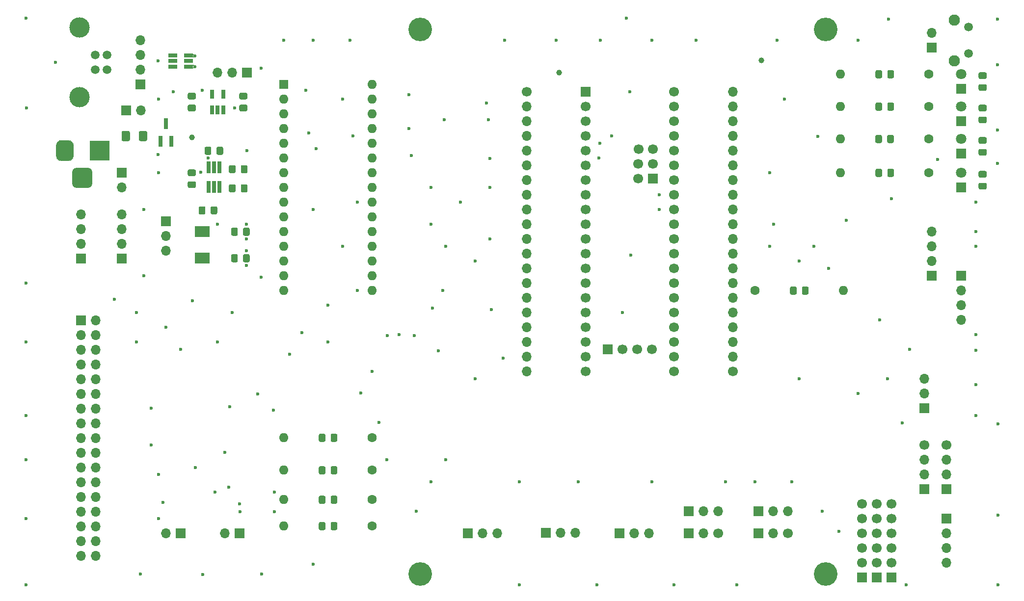
<source format=gbr>
G04 #@! TF.GenerationSoftware,KiCad,Pcbnew,(5.1.9)-1*
G04 #@! TF.CreationDate,2021-03-14T14:47:40+00:00*
G04 #@! TF.ProjectId,Greaseweazle F1 3.5 Inch Rev 2B,47726561-7365-4776-9561-7a6c65204631,2B*
G04 #@! TF.SameCoordinates,PX6312cb0PY6bcb370*
G04 #@! TF.FileFunction,Soldermask,Top*
G04 #@! TF.FilePolarity,Negative*
%FSLAX46Y46*%
G04 Gerber Fmt 4.6, Leading zero omitted, Abs format (unit mm)*
G04 Created by KiCad (PCBNEW (5.1.9)-1) date 2021-03-14 14:47:40*
%MOMM*%
%LPD*%
G01*
G04 APERTURE LIST*
%ADD10R,1.700000X1.700000*%
%ADD11C,1.700000*%
%ADD12R,0.650000X1.560000*%
%ADD13R,1.560000X0.650000*%
%ADD14R,0.650000X2.000000*%
%ADD15R,0.800000X1.900000*%
%ADD16O,1.700000X1.700000*%
%ADD17C,4.064000*%
%ADD18O,1.600000X1.600000*%
%ADD19R,1.600000X1.600000*%
%ADD20R,2.500000X1.900000*%
%ADD21C,3.500120*%
%ADD22C,1.501140*%
%ADD23C,1.600000*%
%ADD24R,1.800000X1.800000*%
%ADD25C,1.800000*%
%ADD26R,3.500000X3.500000*%
%ADD27C,1.950000*%
%ADD28C,1.508000*%
%ADD29C,0.600000*%
%ADD30C,1.000000*%
%ADD31C,0.100000*%
G04 APERTURE END LIST*
D10*
X48514000Y3810000D03*
D11*
X51054000Y3810000D03*
X53594000Y3810000D03*
X56134000Y3810000D03*
X59944000Y48260000D03*
D10*
X44704000Y48260000D03*
D11*
X59944000Y45720000D03*
X44704000Y45720000D03*
X59944000Y43180000D03*
X44704000Y43180000D03*
X59944000Y40640000D03*
X44704000Y40640000D03*
X59944000Y38100000D03*
X44704000Y38100000D03*
X59944000Y35560000D03*
X44704000Y35560000D03*
X59944000Y33020000D03*
X44704000Y33020000D03*
X59944000Y30480000D03*
X44704000Y30480000D03*
X59944000Y27940000D03*
X44704000Y27940000D03*
X59944000Y25400000D03*
X44704000Y25400000D03*
X59944000Y22860000D03*
X44704000Y22860000D03*
X59944000Y20320000D03*
X44704000Y20320000D03*
X59944000Y17780000D03*
X44704000Y17780000D03*
X59944000Y15240000D03*
X44704000Y15240000D03*
X59944000Y12700000D03*
X44704000Y12700000D03*
X59944000Y10160000D03*
X44704000Y10160000D03*
X59944000Y7620000D03*
X44704000Y7620000D03*
X59944000Y5080000D03*
X44704000Y5080000D03*
X59944000Y2540000D03*
X44704000Y2540000D03*
X59944000Y0D03*
X44704000Y0D03*
X56273700Y35814000D03*
X56273700Y38354000D03*
D10*
X56273700Y33274000D03*
D11*
X53797200Y38354000D03*
X53733700Y35814000D03*
X53733700Y33274000D03*
X92329000Y-22860000D03*
X92329000Y-25400000D03*
X92329000Y-27940000D03*
X92329000Y-30480000D03*
X92329000Y-33020000D03*
D10*
X92329000Y-35560000D03*
D11*
X94869000Y-22860000D03*
X94869000Y-25400000D03*
X94869000Y-27940000D03*
X94869000Y-30480000D03*
X94869000Y-33020000D03*
D10*
X94869000Y-35560000D03*
D12*
X-19725999Y47857400D03*
X-17825999Y47857400D03*
X-17825999Y45157400D03*
X-18775999Y45157400D03*
X-19725999Y45157400D03*
D13*
X-23796000Y53594000D03*
X-23796000Y54544000D03*
X-23796000Y52644000D03*
X-26496000Y52644000D03*
X-26496000Y53594000D03*
X-26496000Y54544000D03*
D14*
X-18481000Y31818000D03*
X-19431000Y31818000D03*
X-20381000Y31818000D03*
X-20381000Y35238000D03*
X-19431000Y35238000D03*
X-18481000Y35238000D03*
D15*
X-27686000Y42775000D03*
X-26736000Y39775000D03*
X-28636000Y39775000D03*
G36*
G01*
X-33922000Y41265000D02*
X-33922000Y40015000D01*
G75*
G02*
X-34172000Y39765000I-250000J0D01*
G01*
X-35097000Y39765000D01*
G75*
G02*
X-35347000Y40015000I0J250000D01*
G01*
X-35347000Y41265000D01*
G75*
G02*
X-35097000Y41515000I250000J0D01*
G01*
X-34172000Y41515000D01*
G75*
G02*
X-33922000Y41265000I0J-250000D01*
G01*
G37*
G36*
G01*
X-30947000Y41265000D02*
X-30947000Y40015000D01*
G75*
G02*
X-31197000Y39765000I-250000J0D01*
G01*
X-32122000Y39765000D01*
G75*
G02*
X-32372000Y40015000I0J250000D01*
G01*
X-32372000Y41265000D01*
G75*
G02*
X-32122000Y41515000I250000J0D01*
G01*
X-31197000Y41515000D01*
G75*
G02*
X-30947000Y41265000I0J-250000D01*
G01*
G37*
D16*
X-32004000Y45085000D03*
D10*
X-34544000Y45085000D03*
D17*
X86113620Y-34935160D03*
X16113760Y59065160D03*
X16113760Y-34935160D03*
X86113620Y59065160D03*
D16*
X104394000Y58420000D03*
D10*
X104394000Y55880000D03*
D16*
X-17526000Y-27940000D03*
D10*
X-14986000Y-27940000D03*
D16*
X-27686000Y-27940000D03*
D10*
X-25146000Y-27940000D03*
D11*
X97409000Y-22860000D03*
X97409000Y-25400000D03*
X97409000Y-27940000D03*
X97409000Y-30480000D03*
X97409000Y-33020000D03*
D10*
X97409000Y-35560000D03*
D16*
X-35306000Y27152600D03*
X-35306000Y24612600D03*
X-35306000Y22072600D03*
D10*
X-35306000Y19532600D03*
D16*
X-32131000Y57150000D03*
X-32131000Y54610000D03*
X-32131000Y52070000D03*
D10*
X-32131000Y49530000D03*
D18*
X7874000Y13970000D03*
X-7366000Y13970000D03*
X7874000Y49530000D03*
X-7366000Y16510000D03*
X7874000Y46990000D03*
X-7366000Y19050000D03*
X7874000Y44450000D03*
X-7366000Y21590000D03*
X7874000Y41910000D03*
X-7366000Y24130000D03*
X7874000Y39370000D03*
X-7366000Y26670000D03*
X7874000Y36830000D03*
X-7366000Y29210000D03*
X7874000Y34290000D03*
X-7366000Y31750000D03*
X7874000Y31750000D03*
X-7366000Y34290000D03*
X7874000Y29210000D03*
X-7366000Y36830000D03*
X7874000Y26670000D03*
X-7366000Y39370000D03*
X7874000Y24130000D03*
X-7366000Y41910000D03*
X7874000Y21590000D03*
X-7366000Y44450000D03*
X7874000Y19050000D03*
X-7366000Y46990000D03*
X7874000Y16510000D03*
D19*
X-7366000Y49530000D03*
D20*
X-21463000Y19544000D03*
X-21463000Y24144000D03*
G36*
G01*
X-19881000Y38550001D02*
X-19881000Y37649999D01*
G75*
G02*
X-20130999Y37400000I-249999J0D01*
G01*
X-20781001Y37400000D01*
G75*
G02*
X-21031000Y37649999I0J249999D01*
G01*
X-21031000Y38550001D01*
G75*
G02*
X-20781001Y38800000I249999J0D01*
G01*
X-20130999Y38800000D01*
G75*
G02*
X-19881000Y38550001I0J-249999D01*
G01*
G37*
G36*
G01*
X-17831000Y38550001D02*
X-17831000Y37649999D01*
G75*
G02*
X-18080999Y37400000I-249999J0D01*
G01*
X-18731001Y37400000D01*
G75*
G02*
X-18981000Y37649999I0J249999D01*
G01*
X-18981000Y38550001D01*
G75*
G02*
X-18731001Y38800000I249999J0D01*
G01*
X-18080999Y38800000D01*
G75*
G02*
X-17831000Y38550001I0J-249999D01*
G01*
G37*
G36*
G01*
X-15690000Y35375001D02*
X-15690000Y34474999D01*
G75*
G02*
X-15939999Y34225000I-249999J0D01*
G01*
X-16590001Y34225000D01*
G75*
G02*
X-16840000Y34474999I0J249999D01*
G01*
X-16840000Y35375001D01*
G75*
G02*
X-16590001Y35625000I249999J0D01*
G01*
X-15939999Y35625000D01*
G75*
G02*
X-15690000Y35375001I0J-249999D01*
G01*
G37*
G36*
G01*
X-13640000Y35375001D02*
X-13640000Y34474999D01*
G75*
G02*
X-13889999Y34225000I-249999J0D01*
G01*
X-14540001Y34225000D01*
G75*
G02*
X-14790000Y34474999I0J249999D01*
G01*
X-14790000Y35375001D01*
G75*
G02*
X-14540001Y35625000I249999J0D01*
G01*
X-13889999Y35625000D01*
G75*
G02*
X-13640000Y35375001I0J-249999D01*
G01*
G37*
D16*
X-27686000Y20828000D03*
X-27686000Y23368000D03*
D10*
X-27686000Y25908000D03*
D16*
X-35306000Y31750000D03*
D10*
X-35306000Y34290000D03*
G36*
G01*
X-14409000Y19107999D02*
X-14409000Y20008001D01*
G75*
G02*
X-14159001Y20258000I249999J0D01*
G01*
X-13508999Y20258000D01*
G75*
G02*
X-13259000Y20008001I0J-249999D01*
G01*
X-13259000Y19107999D01*
G75*
G02*
X-13508999Y18858000I-249999J0D01*
G01*
X-14159001Y18858000D01*
G75*
G02*
X-14409000Y19107999I0J249999D01*
G01*
G37*
G36*
G01*
X-16459000Y19107999D02*
X-16459000Y20008001D01*
G75*
G02*
X-16209001Y20258000I249999J0D01*
G01*
X-15558999Y20258000D01*
G75*
G02*
X-15309000Y20008001I0J-249999D01*
G01*
X-15309000Y19107999D01*
G75*
G02*
X-15558999Y18858000I-249999J0D01*
G01*
X-16209001Y18858000D01*
G75*
G02*
X-16459000Y19107999I0J249999D01*
G01*
G37*
G36*
G01*
X-14409000Y23679999D02*
X-14409000Y24580001D01*
G75*
G02*
X-14159001Y24830000I249999J0D01*
G01*
X-13508999Y24830000D01*
G75*
G02*
X-13259000Y24580001I0J-249999D01*
G01*
X-13259000Y23679999D01*
G75*
G02*
X-13508999Y23430000I-249999J0D01*
G01*
X-14159001Y23430000D01*
G75*
G02*
X-14409000Y23679999I0J249999D01*
G01*
G37*
G36*
G01*
X-16459000Y23679999D02*
X-16459000Y24580001D01*
G75*
G02*
X-16209001Y24830000I249999J0D01*
G01*
X-15558999Y24830000D01*
G75*
G02*
X-15309000Y24580001I0J-249999D01*
G01*
X-15309000Y23679999D01*
G75*
G02*
X-15558999Y23430000I-249999J0D01*
G01*
X-16209001Y23430000D01*
G75*
G02*
X-16459000Y23679999I0J249999D01*
G01*
G37*
G36*
G01*
X-15690000Y32073001D02*
X-15690000Y31172999D01*
G75*
G02*
X-15939999Y30923000I-249999J0D01*
G01*
X-16590001Y30923000D01*
G75*
G02*
X-16840000Y31172999I0J249999D01*
G01*
X-16840000Y32073001D01*
G75*
G02*
X-16590001Y32323000I249999J0D01*
G01*
X-15939999Y32323000D01*
G75*
G02*
X-15690000Y32073001I0J-249999D01*
G01*
G37*
G36*
G01*
X-13640000Y32073001D02*
X-13640000Y31172999D01*
G75*
G02*
X-13889999Y30923000I-249999J0D01*
G01*
X-14540001Y30923000D01*
G75*
G02*
X-14790000Y31172999I0J249999D01*
G01*
X-14790000Y32073001D01*
G75*
G02*
X-14540001Y32323000I249999J0D01*
G01*
X-13889999Y32323000D01*
G75*
G02*
X-13640000Y32073001I0J-249999D01*
G01*
G37*
G36*
G01*
X-19997000Y27362999D02*
X-19997000Y28263001D01*
G75*
G02*
X-19747001Y28513000I249999J0D01*
G01*
X-19096999Y28513000D01*
G75*
G02*
X-18847000Y28263001I0J-249999D01*
G01*
X-18847000Y27362999D01*
G75*
G02*
X-19096999Y27113000I-249999J0D01*
G01*
X-19747001Y27113000D01*
G75*
G02*
X-19997000Y27362999I0J249999D01*
G01*
G37*
G36*
G01*
X-22047000Y27362999D02*
X-22047000Y28263001D01*
G75*
G02*
X-21797001Y28513000I249999J0D01*
G01*
X-21146999Y28513000D01*
G75*
G02*
X-20897000Y28263001I0J-249999D01*
G01*
X-20897000Y27362999D01*
G75*
G02*
X-21146999Y27113000I-249999J0D01*
G01*
X-21797001Y27113000D01*
G75*
G02*
X-22047000Y27362999I0J249999D01*
G01*
G37*
G36*
G01*
X-22790999Y33724000D02*
X-23691001Y33724000D01*
G75*
G02*
X-23941000Y33973999I0J249999D01*
G01*
X-23941000Y34624001D01*
G75*
G02*
X-23691001Y34874000I249999J0D01*
G01*
X-22790999Y34874000D01*
G75*
G02*
X-22541000Y34624001I0J-249999D01*
G01*
X-22541000Y33973999D01*
G75*
G02*
X-22790999Y33724000I-249999J0D01*
G01*
G37*
G36*
G01*
X-22790999Y31674000D02*
X-23691001Y31674000D01*
G75*
G02*
X-23941000Y31923999I0J249999D01*
G01*
X-23941000Y32574001D01*
G75*
G02*
X-23691001Y32824000I249999J0D01*
G01*
X-22790999Y32824000D01*
G75*
G02*
X-22541000Y32574001I0J-249999D01*
G01*
X-22541000Y31923999D01*
G75*
G02*
X-22790999Y31674000I-249999J0D01*
G01*
G37*
D21*
X-42621200Y47345600D03*
X-42621200Y59385200D03*
D22*
X-37896800Y54610000D03*
X-37896800Y52120800D03*
X-39903400Y52120800D03*
X-39903400Y54610000D03*
D16*
X103124000Y-1270000D03*
X103124000Y-3810000D03*
D10*
X103124000Y-6350000D03*
D16*
X109474000Y8890000D03*
X109474000Y11430000D03*
X109474000Y13970000D03*
D10*
X109474000Y16510000D03*
D16*
X29464000Y-27940000D03*
X26924000Y-27940000D03*
D10*
X24384000Y-27940000D03*
D16*
X42926000Y-27829200D03*
X40386000Y-27829200D03*
D10*
X37846000Y-27829200D03*
D16*
X55626000Y-27889200D03*
X53086000Y-27889200D03*
D10*
X50546000Y-27889200D03*
D16*
X-18796000Y51587400D03*
X-16256000Y51587400D03*
D10*
X-13716000Y51587400D03*
D16*
X104394000Y24130000D03*
X104394000Y21590000D03*
X104394000Y19050000D03*
D10*
X104394000Y16510000D03*
X106934000Y-20320000D03*
D16*
X106934000Y-17780000D03*
X106934000Y-15240000D03*
D11*
X106934000Y-12700000D03*
X103124000Y-12700000D03*
D16*
X103124000Y-15240000D03*
X103124000Y-17780000D03*
D10*
X103124000Y-20320000D03*
G36*
G01*
X-14801001Y46057400D02*
X-13900999Y46057400D01*
G75*
G02*
X-13651000Y45807401I0J-249999D01*
G01*
X-13651000Y45157399D01*
G75*
G02*
X-13900999Y44907400I-249999J0D01*
G01*
X-14801001Y44907400D01*
G75*
G02*
X-15051000Y45157399I0J249999D01*
G01*
X-15051000Y45807401D01*
G75*
G02*
X-14801001Y46057400I249999J0D01*
G01*
G37*
G36*
G01*
X-14801001Y48107400D02*
X-13900999Y48107400D01*
G75*
G02*
X-13651000Y47857401I0J-249999D01*
G01*
X-13651000Y47207399D01*
G75*
G02*
X-13900999Y46957400I-249999J0D01*
G01*
X-14801001Y46957400D01*
G75*
G02*
X-15051000Y47207399I0J249999D01*
G01*
X-15051000Y47857401D01*
G75*
G02*
X-14801001Y48107400I249999J0D01*
G01*
G37*
G36*
G01*
X-22790999Y46957400D02*
X-23691001Y46957400D01*
G75*
G02*
X-23941000Y47207399I0J249999D01*
G01*
X-23941000Y47857401D01*
G75*
G02*
X-23691001Y48107400I249999J0D01*
G01*
X-22790999Y48107400D01*
G75*
G02*
X-22541000Y47857401I0J-249999D01*
G01*
X-22541000Y47207399D01*
G75*
G02*
X-22790999Y46957400I-249999J0D01*
G01*
G37*
G36*
G01*
X-22790999Y44907400D02*
X-23691001Y44907400D01*
G75*
G02*
X-23941000Y45157399I0J249999D01*
G01*
X-23941000Y45807401D01*
G75*
G02*
X-23691001Y46057400I249999J0D01*
G01*
X-22790999Y46057400D01*
G75*
G02*
X-22541000Y45807401I0J-249999D01*
G01*
X-22541000Y45157399D01*
G75*
G02*
X-22790999Y44907400I-249999J0D01*
G01*
G37*
D23*
X103886000Y51308000D03*
D18*
X88646000Y51308000D03*
D24*
X109474000Y48768000D03*
D25*
X109474000Y51308000D03*
G36*
G01*
X95816000Y51758001D02*
X95816000Y50857999D01*
G75*
G02*
X95566001Y50608000I-249999J0D01*
G01*
X94915999Y50608000D01*
G75*
G02*
X94666000Y50857999I0J249999D01*
G01*
X94666000Y51758001D01*
G75*
G02*
X94915999Y52008000I249999J0D01*
G01*
X95566001Y52008000D01*
G75*
G02*
X95816000Y51758001I0J-249999D01*
G01*
G37*
G36*
G01*
X97866000Y51758001D02*
X97866000Y50857999D01*
G75*
G02*
X97616001Y50608000I-249999J0D01*
G01*
X96965999Y50608000D01*
G75*
G02*
X96716000Y50857999I0J249999D01*
G01*
X96716000Y51758001D01*
G75*
G02*
X96965999Y52008000I249999J0D01*
G01*
X97616001Y52008000D01*
G75*
G02*
X97866000Y51758001I0J-249999D01*
G01*
G37*
G36*
G01*
X113607001Y50488000D02*
X112706999Y50488000D01*
G75*
G02*
X112457000Y50737999I0J249999D01*
G01*
X112457000Y51388001D01*
G75*
G02*
X112706999Y51638000I249999J0D01*
G01*
X113607001Y51638000D01*
G75*
G02*
X113857000Y51388001I0J-249999D01*
G01*
X113857000Y50737999D01*
G75*
G02*
X113607001Y50488000I-249999J0D01*
G01*
G37*
G36*
G01*
X113607001Y48438000D02*
X112706999Y48438000D01*
G75*
G02*
X112457000Y48687999I0J249999D01*
G01*
X112457000Y49338001D01*
G75*
G02*
X112706999Y49588000I249999J0D01*
G01*
X113607001Y49588000D01*
G75*
G02*
X113857000Y49338001I0J-249999D01*
G01*
X113857000Y48687999D01*
G75*
G02*
X113607001Y48438000I-249999J0D01*
G01*
G37*
G36*
G01*
X95816000Y46170001D02*
X95816000Y45269999D01*
G75*
G02*
X95566001Y45020000I-249999J0D01*
G01*
X94915999Y45020000D01*
G75*
G02*
X94666000Y45269999I0J249999D01*
G01*
X94666000Y46170001D01*
G75*
G02*
X94915999Y46420000I249999J0D01*
G01*
X95566001Y46420000D01*
G75*
G02*
X95816000Y46170001I0J-249999D01*
G01*
G37*
G36*
G01*
X97866000Y46170001D02*
X97866000Y45269999D01*
G75*
G02*
X97616001Y45020000I-249999J0D01*
G01*
X96965999Y45020000D01*
G75*
G02*
X96716000Y45269999I0J249999D01*
G01*
X96716000Y46170001D01*
G75*
G02*
X96965999Y46420000I249999J0D01*
G01*
X97616001Y46420000D01*
G75*
G02*
X97866000Y46170001I0J-249999D01*
G01*
G37*
G36*
G01*
X95816000Y34740001D02*
X95816000Y33839999D01*
G75*
G02*
X95566001Y33590000I-249999J0D01*
G01*
X94915999Y33590000D01*
G75*
G02*
X94666000Y33839999I0J249999D01*
G01*
X94666000Y34740001D01*
G75*
G02*
X94915999Y34990000I249999J0D01*
G01*
X95566001Y34990000D01*
G75*
G02*
X95816000Y34740001I0J-249999D01*
G01*
G37*
G36*
G01*
X97866000Y34740001D02*
X97866000Y33839999D01*
G75*
G02*
X97616001Y33590000I-249999J0D01*
G01*
X96965999Y33590000D01*
G75*
G02*
X96716000Y33839999I0J249999D01*
G01*
X96716000Y34740001D01*
G75*
G02*
X96965999Y34990000I249999J0D01*
G01*
X97616001Y34990000D01*
G75*
G02*
X97866000Y34740001I0J-249999D01*
G01*
G37*
G36*
G01*
X95790600Y40582001D02*
X95790600Y39681999D01*
G75*
G02*
X95540601Y39432000I-249999J0D01*
G01*
X94890599Y39432000D01*
G75*
G02*
X94640600Y39681999I0J249999D01*
G01*
X94640600Y40582001D01*
G75*
G02*
X94890599Y40832000I249999J0D01*
G01*
X95540601Y40832000D01*
G75*
G02*
X95790600Y40582001I0J-249999D01*
G01*
G37*
G36*
G01*
X97840600Y40582001D02*
X97840600Y39681999D01*
G75*
G02*
X97590601Y39432000I-249999J0D01*
G01*
X96940599Y39432000D01*
G75*
G02*
X96690600Y39681999I0J249999D01*
G01*
X96690600Y40582001D01*
G75*
G02*
X96940599Y40832000I249999J0D01*
G01*
X97590601Y40832000D01*
G75*
G02*
X97840600Y40582001I0J-249999D01*
G01*
G37*
G36*
G01*
X81984000Y13519999D02*
X81984000Y14420001D01*
G75*
G02*
X82233999Y14670000I249999J0D01*
G01*
X82884001Y14670000D01*
G75*
G02*
X83134000Y14420001I0J-249999D01*
G01*
X83134000Y13519999D01*
G75*
G02*
X82884001Y13270000I-249999J0D01*
G01*
X82233999Y13270000D01*
G75*
G02*
X81984000Y13519999I0J249999D01*
G01*
G37*
G36*
G01*
X79934000Y13519999D02*
X79934000Y14420001D01*
G75*
G02*
X80183999Y14670000I249999J0D01*
G01*
X80834001Y14670000D01*
G75*
G02*
X81084000Y14420001I0J-249999D01*
G01*
X81084000Y13519999D01*
G75*
G02*
X80834001Y13270000I-249999J0D01*
G01*
X80183999Y13270000D01*
G75*
G02*
X79934000Y13519999I0J249999D01*
G01*
G37*
G36*
G01*
X704000Y-11880001D02*
X704000Y-10979999D01*
G75*
G02*
X953999Y-10730000I249999J0D01*
G01*
X1604001Y-10730000D01*
G75*
G02*
X1854000Y-10979999I0J-249999D01*
G01*
X1854000Y-11880001D01*
G75*
G02*
X1604001Y-12130000I-249999J0D01*
G01*
X953999Y-12130000D01*
G75*
G02*
X704000Y-11880001I0J249999D01*
G01*
G37*
G36*
G01*
X-1346000Y-11880001D02*
X-1346000Y-10979999D01*
G75*
G02*
X-1096001Y-10730000I249999J0D01*
G01*
X-445999Y-10730000D01*
G75*
G02*
X-196000Y-10979999I0J-249999D01*
G01*
X-196000Y-11880001D01*
G75*
G02*
X-445999Y-12130000I-249999J0D01*
G01*
X-1096001Y-12130000D01*
G75*
G02*
X-1346000Y-11880001I0J249999D01*
G01*
G37*
G36*
G01*
X704000Y-17493401D02*
X704000Y-16593399D01*
G75*
G02*
X953999Y-16343400I249999J0D01*
G01*
X1604001Y-16343400D01*
G75*
G02*
X1854000Y-16593399I0J-249999D01*
G01*
X1854000Y-17493401D01*
G75*
G02*
X1604001Y-17743400I-249999J0D01*
G01*
X953999Y-17743400D01*
G75*
G02*
X704000Y-17493401I0J249999D01*
G01*
G37*
G36*
G01*
X-1346000Y-17493401D02*
X-1346000Y-16593399D01*
G75*
G02*
X-1096001Y-16343400I249999J0D01*
G01*
X-445999Y-16343400D01*
G75*
G02*
X-196000Y-16593399I0J-249999D01*
G01*
X-196000Y-17493401D01*
G75*
G02*
X-445999Y-17743400I-249999J0D01*
G01*
X-1096001Y-17743400D01*
G75*
G02*
X-1346000Y-17493401I0J249999D01*
G01*
G37*
G36*
G01*
X704000Y-22573401D02*
X704000Y-21673399D01*
G75*
G02*
X953999Y-21423400I249999J0D01*
G01*
X1604001Y-21423400D01*
G75*
G02*
X1854000Y-21673399I0J-249999D01*
G01*
X1854000Y-22573401D01*
G75*
G02*
X1604001Y-22823400I-249999J0D01*
G01*
X953999Y-22823400D01*
G75*
G02*
X704000Y-22573401I0J249999D01*
G01*
G37*
G36*
G01*
X-1346000Y-22573401D02*
X-1346000Y-21673399D01*
G75*
G02*
X-1096001Y-21423400I249999J0D01*
G01*
X-445999Y-21423400D01*
G75*
G02*
X-196000Y-21673399I0J-249999D01*
G01*
X-196000Y-22573401D01*
G75*
G02*
X-445999Y-22823400I-249999J0D01*
G01*
X-1096001Y-22823400D01*
G75*
G02*
X-1346000Y-22573401I0J249999D01*
G01*
G37*
G36*
G01*
X704000Y-27120001D02*
X704000Y-26219999D01*
G75*
G02*
X953999Y-25970000I249999J0D01*
G01*
X1604001Y-25970000D01*
G75*
G02*
X1854000Y-26219999I0J-249999D01*
G01*
X1854000Y-27120001D01*
G75*
G02*
X1604001Y-27370000I-249999J0D01*
G01*
X953999Y-27370000D01*
G75*
G02*
X704000Y-27120001I0J249999D01*
G01*
G37*
G36*
G01*
X-1346000Y-27120001D02*
X-1346000Y-26219999D01*
G75*
G02*
X-1096001Y-25970000I249999J0D01*
G01*
X-445999Y-25970000D01*
G75*
G02*
X-196000Y-26219999I0J-249999D01*
G01*
X-196000Y-27120001D01*
G75*
G02*
X-445999Y-27370000I-249999J0D01*
G01*
X-1096001Y-27370000D01*
G75*
G02*
X-1346000Y-27120001I0J249999D01*
G01*
G37*
G36*
G01*
X113607001Y44900000D02*
X112706999Y44900000D01*
G75*
G02*
X112457000Y45149999I0J249999D01*
G01*
X112457000Y45800001D01*
G75*
G02*
X112706999Y46050000I249999J0D01*
G01*
X113607001Y46050000D01*
G75*
G02*
X113857000Y45800001I0J-249999D01*
G01*
X113857000Y45149999D01*
G75*
G02*
X113607001Y44900000I-249999J0D01*
G01*
G37*
G36*
G01*
X113607001Y42850000D02*
X112706999Y42850000D01*
G75*
G02*
X112457000Y43099999I0J249999D01*
G01*
X112457000Y43750001D01*
G75*
G02*
X112706999Y44000000I249999J0D01*
G01*
X113607001Y44000000D01*
G75*
G02*
X113857000Y43750001I0J-249999D01*
G01*
X113857000Y43099999D01*
G75*
G02*
X113607001Y42850000I-249999J0D01*
G01*
G37*
G36*
G01*
X113607001Y31420000D02*
X112706999Y31420000D01*
G75*
G02*
X112457000Y31669999I0J249999D01*
G01*
X112457000Y32320001D01*
G75*
G02*
X112706999Y32570000I249999J0D01*
G01*
X113607001Y32570000D01*
G75*
G02*
X113857000Y32320001I0J-249999D01*
G01*
X113857000Y31669999D01*
G75*
G02*
X113607001Y31420000I-249999J0D01*
G01*
G37*
G36*
G01*
X113607001Y33470000D02*
X112706999Y33470000D01*
G75*
G02*
X112457000Y33719999I0J249999D01*
G01*
X112457000Y34370001D01*
G75*
G02*
X112706999Y34620000I249999J0D01*
G01*
X113607001Y34620000D01*
G75*
G02*
X113857000Y34370001I0J-249999D01*
G01*
X113857000Y33719999D01*
G75*
G02*
X113607001Y33470000I-249999J0D01*
G01*
G37*
G36*
G01*
X113607001Y39312000D02*
X112706999Y39312000D01*
G75*
G02*
X112457000Y39561999I0J249999D01*
G01*
X112457000Y40212001D01*
G75*
G02*
X112706999Y40462000I249999J0D01*
G01*
X113607001Y40462000D01*
G75*
G02*
X113857000Y40212001I0J-249999D01*
G01*
X113857000Y39561999D01*
G75*
G02*
X113607001Y39312000I-249999J0D01*
G01*
G37*
G36*
G01*
X113607001Y37262000D02*
X112706999Y37262000D01*
G75*
G02*
X112457000Y37511999I0J249999D01*
G01*
X112457000Y38162001D01*
G75*
G02*
X112706999Y38412000I249999J0D01*
G01*
X113607001Y38412000D01*
G75*
G02*
X113857000Y38162001I0J-249999D01*
G01*
X113857000Y37511999D01*
G75*
G02*
X113607001Y37262000I-249999J0D01*
G01*
G37*
X109474000Y34290000D03*
D24*
X109474000Y31750000D03*
X109474000Y37592000D03*
D25*
X109474000Y40132000D03*
X109474000Y45720000D03*
D24*
X109474000Y43180000D03*
D23*
X73914000Y13970000D03*
D18*
X89154000Y13970000D03*
X-7366000Y-11430000D03*
D23*
X7874000Y-11430000D03*
X7874000Y-17018000D03*
D18*
X-7366000Y-17018000D03*
X-7366000Y-22098000D03*
D23*
X7874000Y-22098000D03*
X7874000Y-26670000D03*
D18*
X-7366000Y-26670000D03*
X88646000Y34290000D03*
D23*
X103886000Y34290000D03*
X103886000Y40132000D03*
D18*
X88646000Y40132000D03*
X88646000Y45720000D03*
D23*
X103886000Y45720000D03*
D16*
X34544000Y0D03*
X34544000Y2540000D03*
X34544000Y5080000D03*
X34544000Y7620000D03*
X34544000Y10160000D03*
X34544000Y12700000D03*
X34544000Y15240000D03*
X34544000Y17780000D03*
X34544000Y20320000D03*
X34544000Y22860000D03*
X34544000Y25400000D03*
X34544000Y27940000D03*
X34544000Y30480000D03*
X34544000Y33020000D03*
X34544000Y35560000D03*
X34544000Y38100000D03*
X34544000Y40640000D03*
X34544000Y43180000D03*
X34544000Y45720000D03*
D11*
X34544000Y48260000D03*
D16*
X70104000Y48260000D03*
X70104000Y45720000D03*
X70104000Y43180000D03*
X70104000Y40640000D03*
X70104000Y38100000D03*
X70104000Y35560000D03*
X70104000Y33020000D03*
X70104000Y30480000D03*
X70104000Y27940000D03*
X70104000Y25400000D03*
X70104000Y22860000D03*
X70104000Y20320000D03*
X70104000Y17780000D03*
X70104000Y15240000D03*
X70104000Y12700000D03*
X70104000Y10160000D03*
X70104000Y7620000D03*
X70104000Y5080000D03*
X70104000Y2540000D03*
D11*
X70104000Y0D03*
D16*
X79603600Y-24130000D03*
X77063600Y-24130000D03*
D10*
X74523600Y-24130000D03*
D16*
X67564000Y-24130000D03*
X65024000Y-24130000D03*
D10*
X62484000Y-24130000D03*
X62484000Y-27940000D03*
D16*
X65024000Y-27940000D03*
D11*
X67564000Y-27940000D03*
D10*
X74523600Y-27940000D03*
D16*
X77063600Y-27940000D03*
D11*
X79603600Y-27940000D03*
D16*
X106934000Y-33020000D03*
X106934000Y-30480000D03*
X106934000Y-27940000D03*
D10*
X106934000Y-25400000D03*
G36*
G01*
X-43888600Y32551400D02*
X-43888600Y34301400D01*
G75*
G02*
X-43013600Y35176400I875000J0D01*
G01*
X-41263600Y35176400D01*
G75*
G02*
X-40388600Y34301400I0J-875000D01*
G01*
X-40388600Y32551400D01*
G75*
G02*
X-41263600Y31676400I-875000J0D01*
G01*
X-43013600Y31676400D01*
G75*
G02*
X-43888600Y32551400I0J875000D01*
G01*
G37*
G36*
G01*
X-46638600Y37126400D02*
X-46638600Y39126400D01*
G75*
G02*
X-45888600Y39876400I750000J0D01*
G01*
X-44388600Y39876400D01*
G75*
G02*
X-43638600Y39126400I0J-750000D01*
G01*
X-43638600Y37126400D01*
G75*
G02*
X-44388600Y36376400I-750000J0D01*
G01*
X-45888600Y36376400D01*
G75*
G02*
X-46638600Y37126400I0J750000D01*
G01*
G37*
D26*
X-39138600Y38126400D03*
D27*
X108244000Y60650000D03*
X108244000Y53650000D03*
D28*
X110744000Y59425000D03*
X110744000Y54875000D03*
D10*
X-42367200Y19532600D03*
D16*
X-42367200Y22072600D03*
X-42367200Y24612600D03*
X-42367200Y27152600D03*
X-39852600Y-31800800D03*
X-42392600Y-31800800D03*
X-39852600Y-29260800D03*
X-42392600Y-29260800D03*
X-39852600Y-26720800D03*
X-42392600Y-26720800D03*
X-39852600Y-24180800D03*
X-42392600Y-24180800D03*
X-39852600Y-21640800D03*
X-42392600Y-21640800D03*
X-39852600Y-19100800D03*
X-42392600Y-19100800D03*
X-39852600Y-16560800D03*
X-42392600Y-16560800D03*
X-39852600Y-14020800D03*
X-42392600Y-14020800D03*
X-39852600Y-11480800D03*
X-42392600Y-11480800D03*
X-39852600Y-8940800D03*
X-42392600Y-8940800D03*
X-39852600Y-6400800D03*
X-42392600Y-6400800D03*
X-39852600Y-3860800D03*
X-42392600Y-3860800D03*
X-39852600Y-1320800D03*
X-42392600Y-1320800D03*
X-39852600Y1219200D03*
X-42392600Y1219200D03*
X-39852600Y3759200D03*
X-42392600Y3759200D03*
X-39852600Y6299200D03*
X-42392600Y6299200D03*
X-39852600Y8839200D03*
D10*
X-42392600Y8839200D03*
D29*
X5334000Y29210000D03*
X2794000Y21590000D03*
X-51816000Y15240000D03*
X-51816000Y-7620000D03*
X-51816000Y-15240000D03*
X-51816000Y-36830000D03*
X-51714400Y45516800D03*
X96901000Y60833000D03*
X115824000Y-36830000D03*
X105410000Y36576000D03*
X52476400Y20116800D03*
X49149000Y40640000D03*
X-2286000Y27940000D03*
X14224000Y41910000D03*
X97409000Y29845000D03*
X77089000Y25400000D03*
X57404000Y30480000D03*
X57404000Y27940000D03*
X27559000Y46355000D03*
X-51816000Y60960000D03*
X115824000Y-9017000D03*
X112014000Y29210000D03*
X112014000Y24130000D03*
X112014000Y21590000D03*
X112014000Y6350000D03*
X112014000Y3683000D03*
X112014000Y-2286000D03*
X112014000Y-7620000D03*
X115824000Y-24765000D03*
X51689000Y60960000D03*
X33274000Y-36830000D03*
X46609000Y-36830000D03*
X59944000Y-36830000D03*
X70739000Y-36830000D03*
X99949000Y-36830000D03*
X115697000Y60833000D03*
X115697000Y35941000D03*
X115697000Y41656000D03*
X115697000Y52959000D03*
X99314000Y-8890000D03*
X91694000Y-3810000D03*
X81534000Y-1270000D03*
X81534000Y19050000D03*
X85471000Y-24130000D03*
X18034000Y31750000D03*
X28194000Y31750000D03*
X20574000Y21590000D03*
X254000Y11430000D03*
X-9144000Y-6680200D03*
X-17526000Y-13970000D03*
X-11176000Y-34925000D03*
X76454000Y34290000D03*
X84734400Y40614600D03*
X89636600Y26060400D03*
X78994000Y46990000D03*
X30734000Y57150000D03*
X63754000Y57150000D03*
X23114000Y29210000D03*
X25654000Y-1270000D03*
X56134000Y-19050000D03*
X43434000Y-19050000D03*
X33274000Y-19050000D03*
X-32131000Y-34925000D03*
X-25146000Y3810000D03*
X-31496000Y16510000D03*
X-3556000Y48514000D03*
X15494000Y-24130000D03*
X18034000Y-19050000D03*
X9017000Y-8788400D03*
X-28194000Y-22606000D03*
X-2286000Y-33274000D03*
X-7366000Y57150000D03*
X20320000Y43434000D03*
X27940000Y43434000D03*
X14224000Y47752000D03*
X2794000Y46990000D03*
X-3048000Y41148000D03*
X4572000Y40640000D03*
X5334000Y13970000D03*
X20066000Y13970000D03*
X28448000Y10668000D03*
X18288000Y10922000D03*
X19304000Y3556000D03*
X30480000Y2286000D03*
X-20447000Y36830000D03*
X-21717000Y34417000D03*
X-29057600Y53594000D03*
X-21463000Y48514000D03*
X-15875000Y45466000D03*
X-13843000Y18288000D03*
X-13843000Y25400000D03*
X-26416000Y48260000D03*
X-46736000Y53340000D03*
X-2286000Y57150000D03*
X4064000Y57150000D03*
X28194000Y22860000D03*
X-18796000Y5080000D03*
X7874000Y0D03*
X-31496000Y27940000D03*
X-51816000Y5080000D03*
X-51816000Y-25400000D03*
X96774000Y-1270000D03*
X100584000Y3810000D03*
X76454000Y21590000D03*
X84074000Y21590000D03*
X86614000Y17780000D03*
X25654000Y19050000D03*
X18034000Y25400000D03*
X52324000Y48260000D03*
X51054000Y10160000D03*
X91694000Y57150000D03*
X77724000Y57150000D03*
X56134000Y57150000D03*
X47244000Y57150000D03*
X39624000Y57150000D03*
X-32766000Y5080000D03*
X-30226000Y-6350000D03*
X-28956000Y-17780000D03*
X-30226000Y-12700000D03*
X-28956000Y-25400000D03*
X-21336000Y-35052000D03*
X-14986000Y-22860000D03*
X-16891000Y-19939000D03*
X10414000Y-15240000D03*
X20574000Y-15240000D03*
X68834000Y-19050000D03*
X73914000Y-19050000D03*
X80264000Y-19050000D03*
X254000Y5080000D03*
X-27686000Y7620000D03*
X-16256000Y10160000D03*
X-32766000Y10160000D03*
X-36576000Y12446000D03*
X-23114000Y12192000D03*
X-6375400Y2997200D03*
X-4292600Y6680200D03*
X-1828800Y38430200D03*
X-11303000Y52374800D03*
X88366600Y-27559000D03*
X-29083000Y37465000D03*
X-28956000Y34290000D03*
X-13716000Y38100000D03*
X-28956000Y46990000D03*
X-18796000Y25400000D03*
X-13843000Y20828000D03*
X-13843000Y22860000D03*
X-22733000Y54483000D03*
X-22748190Y52644000D03*
D30*
X40132000Y51562000D03*
X-23240998Y40386000D03*
D29*
X-16738600Y-6070602D03*
X-9017002Y-24180800D03*
X-14935200Y-24180800D03*
X-19266801Y-20790801D03*
X-9005201Y-20790801D03*
X-22656800Y-16560800D03*
X5867400Y-3733800D03*
X-11277600Y16256000D03*
X-11887200Y-3860800D03*
X28149001Y36785001D03*
X46990000Y36830000D03*
X15113000Y6197600D03*
X12522198Y6375400D03*
X95427800Y8890000D03*
D30*
X75031602Y53721000D03*
D29*
X47117000Y39358849D03*
X14605000Y37236400D03*
X10490200Y6223000D03*
D31*
G36*
X-43886610Y32551596D02*
G01*
X-43869817Y32381091D01*
X-43820138Y32217321D01*
X-43739465Y32066392D01*
X-43630897Y31934103D01*
X-43498608Y31825535D01*
X-43347679Y31744862D01*
X-43183909Y31695183D01*
X-43013404Y31678390D01*
X-43011778Y31677225D01*
X-43011974Y31675235D01*
X-43013600Y31674400D01*
X-43069960Y31674400D01*
X-43070156Y31674410D01*
X-43234687Y31690615D01*
X-43235072Y31690691D01*
X-43387383Y31736894D01*
X-43387745Y31737044D01*
X-43528108Y31812069D01*
X-43528434Y31812287D01*
X-43651466Y31913257D01*
X-43651743Y31913534D01*
X-43752713Y32036566D01*
X-43752931Y32036892D01*
X-43827956Y32177255D01*
X-43828106Y32177617D01*
X-43874309Y32329928D01*
X-43874385Y32330313D01*
X-43890590Y32494844D01*
X-43890600Y32495040D01*
X-43890600Y32551400D01*
X-43889600Y32553132D01*
X-43887600Y32553132D01*
X-43886610Y32551596D01*
G37*
G36*
X-40387435Y32553026D02*
G01*
X-40386600Y32551400D01*
X-40386600Y32495040D01*
X-40386610Y32494844D01*
X-40402815Y32330313D01*
X-40402891Y32329928D01*
X-40449094Y32177617D01*
X-40449244Y32177255D01*
X-40524269Y32036892D01*
X-40524487Y32036566D01*
X-40625457Y31913534D01*
X-40625734Y31913257D01*
X-40748766Y31812287D01*
X-40749092Y31812069D01*
X-40889455Y31737044D01*
X-40889817Y31736894D01*
X-41042128Y31690691D01*
X-41042513Y31690615D01*
X-41207044Y31674410D01*
X-41207240Y31674400D01*
X-41263600Y31674400D01*
X-41265332Y31675400D01*
X-41265332Y31677400D01*
X-41263796Y31678390D01*
X-41093291Y31695183D01*
X-40929521Y31744862D01*
X-40778592Y31825535D01*
X-40646303Y31934103D01*
X-40537735Y32066392D01*
X-40457062Y32217321D01*
X-40407383Y32381091D01*
X-40390590Y32551596D01*
X-40389425Y32553222D01*
X-40387435Y32553026D01*
G37*
G36*
X-43011868Y35177400D02*
G01*
X-43011868Y35175400D01*
X-43013404Y35174410D01*
X-43183909Y35157617D01*
X-43347679Y35107938D01*
X-43498608Y35027265D01*
X-43630897Y34918697D01*
X-43739465Y34786408D01*
X-43820138Y34635479D01*
X-43869817Y34471709D01*
X-43886610Y34301204D01*
X-43887775Y34299578D01*
X-43889765Y34299774D01*
X-43890600Y34301400D01*
X-43890600Y34357760D01*
X-43890590Y34357956D01*
X-43874385Y34522487D01*
X-43874309Y34522872D01*
X-43828106Y34675183D01*
X-43827956Y34675545D01*
X-43752931Y34815908D01*
X-43752713Y34816234D01*
X-43651743Y34939266D01*
X-43651466Y34939543D01*
X-43528434Y35040513D01*
X-43528108Y35040731D01*
X-43387745Y35115756D01*
X-43387383Y35115906D01*
X-43235072Y35162109D01*
X-43234687Y35162185D01*
X-43070156Y35178390D01*
X-43069960Y35178400D01*
X-43013600Y35178400D01*
X-43011868Y35177400D01*
G37*
G36*
X-41207044Y35178390D02*
G01*
X-41042513Y35162185D01*
X-41042128Y35162109D01*
X-40889817Y35115906D01*
X-40889455Y35115756D01*
X-40749092Y35040731D01*
X-40748766Y35040513D01*
X-40625734Y34939543D01*
X-40625457Y34939266D01*
X-40524487Y34816234D01*
X-40524269Y34815908D01*
X-40449244Y34675545D01*
X-40449094Y34675183D01*
X-40402891Y34522872D01*
X-40402815Y34522487D01*
X-40386610Y34357956D01*
X-40386600Y34357760D01*
X-40386600Y34301400D01*
X-40387600Y34299668D01*
X-40389600Y34299668D01*
X-40390590Y34301204D01*
X-40407383Y34471709D01*
X-40457062Y34635479D01*
X-40537735Y34786408D01*
X-40646303Y34918697D01*
X-40778592Y35027265D01*
X-40929521Y35107938D01*
X-41093291Y35157617D01*
X-41263796Y35174410D01*
X-41265422Y35175575D01*
X-41265226Y35177565D01*
X-41263600Y35178400D01*
X-41207240Y35178400D01*
X-41207044Y35178390D01*
G37*
G36*
X-43637435Y37128026D02*
G01*
X-43636600Y37126400D01*
X-43636600Y37070040D01*
X-43636610Y37069844D01*
X-43650413Y36929699D01*
X-43650489Y36929314D01*
X-43689579Y36800453D01*
X-43689729Y36800091D01*
X-43753203Y36681340D01*
X-43753421Y36681014D01*
X-43838845Y36576922D01*
X-43839122Y36576645D01*
X-43943214Y36491221D01*
X-43943540Y36491003D01*
X-44062291Y36427529D01*
X-44062653Y36427379D01*
X-44191514Y36388289D01*
X-44191899Y36388213D01*
X-44332044Y36374410D01*
X-44332240Y36374400D01*
X-44388600Y36374400D01*
X-44390332Y36375400D01*
X-44390332Y36377400D01*
X-44388796Y36378390D01*
X-44242677Y36392781D01*
X-44102356Y36435347D01*
X-43973038Y36504469D01*
X-43859691Y36597491D01*
X-43766669Y36710838D01*
X-43697547Y36840156D01*
X-43654981Y36980477D01*
X-43640590Y37126596D01*
X-43639425Y37128222D01*
X-43637435Y37128026D01*
G37*
G36*
X-46636610Y37126596D02*
G01*
X-46622219Y36980477D01*
X-46579653Y36840156D01*
X-46510531Y36710838D01*
X-46417509Y36597491D01*
X-46304162Y36504469D01*
X-46174844Y36435347D01*
X-46034523Y36392781D01*
X-45888404Y36378390D01*
X-45886778Y36377225D01*
X-45886974Y36375235D01*
X-45888600Y36374400D01*
X-45944960Y36374400D01*
X-45945156Y36374410D01*
X-46085301Y36388213D01*
X-46085686Y36388289D01*
X-46214547Y36427379D01*
X-46214909Y36427529D01*
X-46333660Y36491003D01*
X-46333986Y36491221D01*
X-46438078Y36576645D01*
X-46438355Y36576922D01*
X-46523779Y36681014D01*
X-46523997Y36681340D01*
X-46587471Y36800091D01*
X-46587621Y36800453D01*
X-46626711Y36929314D01*
X-46626787Y36929699D01*
X-46640590Y37069844D01*
X-46640600Y37070040D01*
X-46640600Y37126400D01*
X-46639600Y37128132D01*
X-46637600Y37128132D01*
X-46636610Y37126596D01*
G37*
G36*
X-45886868Y39877400D02*
G01*
X-45886868Y39875400D01*
X-45888404Y39874410D01*
X-46034523Y39860019D01*
X-46174844Y39817453D01*
X-46304162Y39748331D01*
X-46417509Y39655309D01*
X-46510531Y39541962D01*
X-46579653Y39412644D01*
X-46622219Y39272323D01*
X-46636610Y39126204D01*
X-46637775Y39124578D01*
X-46639765Y39124774D01*
X-46640600Y39126400D01*
X-46640600Y39182760D01*
X-46640590Y39182956D01*
X-46626787Y39323101D01*
X-46626711Y39323486D01*
X-46587621Y39452347D01*
X-46587471Y39452709D01*
X-46523997Y39571460D01*
X-46523779Y39571786D01*
X-46438355Y39675878D01*
X-46438078Y39676155D01*
X-46333986Y39761579D01*
X-46333660Y39761797D01*
X-46214909Y39825271D01*
X-46214547Y39825421D01*
X-46085686Y39864511D01*
X-46085301Y39864587D01*
X-45945156Y39878390D01*
X-45944960Y39878400D01*
X-45888600Y39878400D01*
X-45886868Y39877400D01*
G37*
G36*
X-44332044Y39878390D02*
G01*
X-44191899Y39864587D01*
X-44191514Y39864511D01*
X-44062653Y39825421D01*
X-44062291Y39825271D01*
X-43943540Y39761797D01*
X-43943214Y39761579D01*
X-43839122Y39676155D01*
X-43838845Y39675878D01*
X-43753421Y39571786D01*
X-43753203Y39571460D01*
X-43689729Y39452709D01*
X-43689579Y39452347D01*
X-43650489Y39323486D01*
X-43650413Y39323101D01*
X-43636610Y39182956D01*
X-43636600Y39182760D01*
X-43636600Y39126400D01*
X-43637600Y39124668D01*
X-43639600Y39124668D01*
X-43640590Y39126204D01*
X-43654981Y39272323D01*
X-43697547Y39412644D01*
X-43766669Y39541962D01*
X-43859691Y39655309D01*
X-43973038Y39748331D01*
X-44102356Y39817453D01*
X-44242677Y39860019D01*
X-44388796Y39874410D01*
X-44390422Y39875575D01*
X-44390226Y39877565D01*
X-44388600Y39878400D01*
X-44332240Y39878400D01*
X-44332044Y39878390D01*
G37*
G36*
X-23014152Y52511154D02*
G01*
X-23010993Y52503528D01*
X-22978539Y52454956D01*
X-22937234Y52413651D01*
X-22888662Y52381197D01*
X-22848271Y52364466D01*
X-22847053Y52362879D01*
X-22847818Y52361031D01*
X-22849617Y52360704D01*
X-22867012Y52365981D01*
X-22891003Y52368343D01*
X-22914994Y52365980D01*
X-22938069Y52358979D01*
X-22959332Y52347614D01*
X-22977969Y52332318D01*
X-22989940Y52317731D01*
X-22991486Y52317000D01*
X-23016000Y52317000D01*
X-23017732Y52318000D01*
X-23018000Y52319000D01*
X-23018000Y52510389D01*
X-23017000Y52512121D01*
X-23015000Y52512121D01*
X-23014152Y52511154D01*
G37*
G36*
X-22989940Y52970269D02*
G01*
X-22977968Y52955680D01*
X-22959331Y52940385D01*
X-22938067Y52929020D01*
X-22914992Y52922020D01*
X-22891001Y52919657D01*
X-22867009Y52922021D01*
X-22849615Y52927296D01*
X-22847668Y52926842D01*
X-22847087Y52924928D01*
X-22848270Y52923534D01*
X-22888662Y52906803D01*
X-22937234Y52874349D01*
X-22978539Y52833044D01*
X-23010993Y52784472D01*
X-23014152Y52776846D01*
X-23015739Y52775628D01*
X-23017587Y52776393D01*
X-23018000Y52777611D01*
X-23018000Y52969000D01*
X-23017000Y52970732D01*
X-23016000Y52971000D01*
X-22991486Y52971000D01*
X-22989940Y52970269D01*
G37*
G36*
X-23014152Y54386825D02*
G01*
X-22995803Y54342528D01*
X-22963349Y54293956D01*
X-22922044Y54252651D01*
X-22873472Y54220197D01*
X-22856375Y54213115D01*
X-22855157Y54211528D01*
X-22855922Y54209680D01*
X-22857721Y54209353D01*
X-22875110Y54214628D01*
X-22899196Y54217000D01*
X-23016000Y54217000D01*
X-23017732Y54218000D01*
X-23018000Y54219000D01*
X-23018000Y54386060D01*
X-23017000Y54387792D01*
X-23015000Y54387792D01*
X-23014152Y54386825D01*
G37*
G36*
X-23013384Y54869196D02*
G01*
X-23011628Y54851364D01*
X-23004628Y54828289D01*
X-22993263Y54807025D01*
X-22977968Y54788388D01*
X-22959331Y54773093D01*
X-22938067Y54761728D01*
X-22914992Y54754728D01*
X-22891001Y54752365D01*
X-22867010Y54754728D01*
X-22849612Y54760006D01*
X-22847664Y54759552D01*
X-22847083Y54757638D01*
X-22848266Y54756244D01*
X-22873472Y54745803D01*
X-22922044Y54713349D01*
X-22963349Y54672044D01*
X-22995803Y54623472D01*
X-23014152Y54579175D01*
X-23015739Y54577957D01*
X-23017587Y54578722D01*
X-23018000Y54579940D01*
X-23018000Y54869000D01*
X-23017000Y54870732D01*
X-23016000Y54871000D01*
X-23015374Y54871000D01*
X-23013384Y54869196D01*
G37*
M02*

</source>
